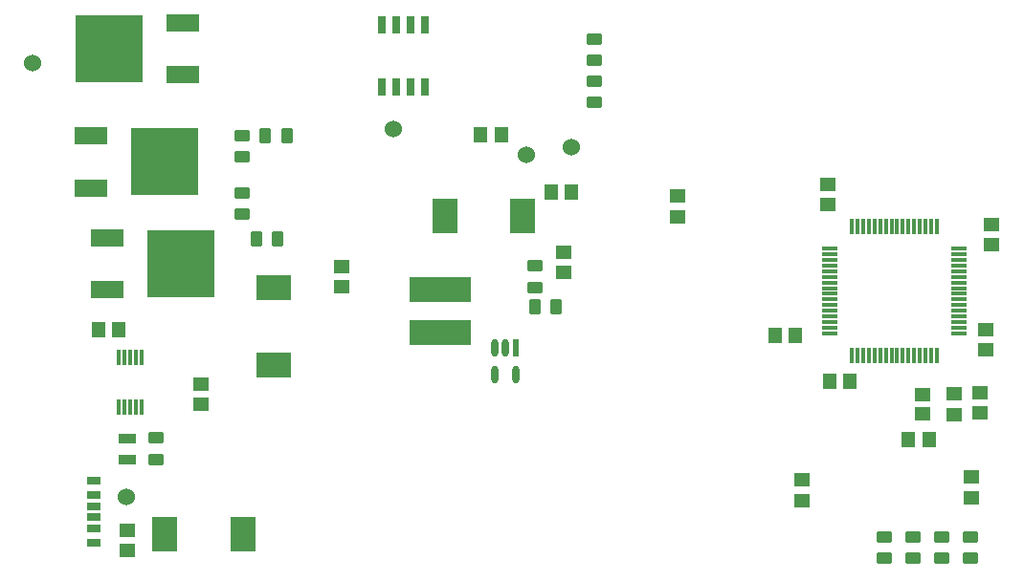
<source format=gtp>
G04*
G04 #@! TF.GenerationSoftware,Altium Limited,Altium Designer,22.0.2 (36)*
G04*
G04 Layer_Color=8421504*
%FSLAX25Y25*%
%MOIN*%
G70*
G04*
G04 #@! TF.SameCoordinates,42502384-103D-4A38-82C6-637D6536F92D*
G04*
G04*
G04 #@! TF.FilePolarity,Positive*
G04*
G01*
G75*
%ADD16C,0.06000*%
%ADD17R,0.04724X0.02756*%
%ADD18R,0.04724X0.02992*%
%ADD19R,0.04724X0.03150*%
%ADD20R,0.05807X0.01181*%
%ADD21R,0.01181X0.05807*%
%ADD22R,0.02410X0.06062*%
G04:AMPARAMS|DCode=23|XSize=60.62mil|YSize=24.1mil|CornerRadius=12.05mil|HoleSize=0mil|Usage=FLASHONLY|Rotation=270.000|XOffset=0mil|YOffset=0mil|HoleType=Round|Shape=RoundedRectangle|*
%AMROUNDEDRECTD23*
21,1,0.06062,0.00000,0,0,270.0*
21,1,0.03652,0.02410,0,0,270.0*
1,1,0.02410,0.00000,-0.01826*
1,1,0.02410,0.00000,0.01826*
1,1,0.02410,0.00000,0.01826*
1,1,0.02410,0.00000,-0.01826*
%
%ADD23ROUNDEDRECTD23*%
%ADD24R,0.05709X0.04528*%
G04:AMPARAMS|DCode=25|XSize=39.37mil|YSize=55.91mil|CornerRadius=4.92mil|HoleSize=0mil|Usage=FLASHONLY|Rotation=90.000|XOffset=0mil|YOffset=0mil|HoleType=Round|Shape=RoundedRectangle|*
%AMROUNDEDRECTD25*
21,1,0.03937,0.04606,0,0,90.0*
21,1,0.02953,0.05591,0,0,90.0*
1,1,0.00984,0.02303,0.01476*
1,1,0.00984,0.02303,-0.01476*
1,1,0.00984,-0.02303,-0.01476*
1,1,0.00984,-0.02303,0.01476*
%
%ADD25ROUNDEDRECTD25*%
G04:AMPARAMS|DCode=26|XSize=39.37mil|YSize=55.91mil|CornerRadius=4.92mil|HoleSize=0mil|Usage=FLASHONLY|Rotation=0.000|XOffset=0mil|YOffset=0mil|HoleType=Round|Shape=RoundedRectangle|*
%AMROUNDEDRECTD26*
21,1,0.03937,0.04606,0,0,0.0*
21,1,0.02953,0.05591,0,0,0.0*
1,1,0.00984,0.01476,-0.02303*
1,1,0.00984,-0.01476,-0.02303*
1,1,0.00984,-0.01476,0.02303*
1,1,0.00984,0.01476,0.02303*
%
%ADD26ROUNDEDRECTD26*%
%ADD27R,0.11811X0.06299*%
%ADD28R,0.23622X0.23622*%
%ADD29R,0.01181X0.05512*%
%ADD30R,0.21700X0.08500*%
%ADD31R,0.09016X0.12284*%
%ADD32R,0.06102X0.03740*%
%ADD33R,0.12284X0.09016*%
%ADD34R,0.04528X0.05709*%
%ADD35R,0.02756X0.06004*%
%ADD36R,0.05787X0.04724*%
D16*
X10000Y198000D02*
D03*
X135500Y175000D02*
D03*
X182000Y166000D02*
D03*
X197500Y168500D02*
D03*
X42500Y46500D02*
D03*
D17*
X31330Y39531D02*
D03*
Y43468D02*
D03*
D18*
Y35516D02*
D03*
Y47484D02*
D03*
D19*
Y30673D02*
D03*
Y52327D02*
D03*
D20*
X287409Y103736D02*
D03*
Y105705D02*
D03*
Y107673D02*
D03*
Y109642D02*
D03*
Y111610D02*
D03*
Y113579D02*
D03*
Y115547D02*
D03*
Y117516D02*
D03*
Y119484D02*
D03*
Y121453D02*
D03*
Y123421D02*
D03*
Y125390D02*
D03*
Y127358D02*
D03*
Y129327D02*
D03*
Y131295D02*
D03*
Y133264D02*
D03*
X332591D02*
D03*
Y131295D02*
D03*
Y129327D02*
D03*
Y127358D02*
D03*
Y125390D02*
D03*
Y123421D02*
D03*
Y121453D02*
D03*
Y119484D02*
D03*
Y117516D02*
D03*
Y115547D02*
D03*
Y113579D02*
D03*
Y111610D02*
D03*
Y109642D02*
D03*
Y107673D02*
D03*
Y105705D02*
D03*
Y103736D02*
D03*
D21*
X295236Y141091D02*
D03*
X297205D02*
D03*
X299173D02*
D03*
X301142D02*
D03*
X303110D02*
D03*
X305079D02*
D03*
X307047D02*
D03*
X309016D02*
D03*
X310984D02*
D03*
X312953D02*
D03*
X314921D02*
D03*
X316890D02*
D03*
X318858D02*
D03*
X320827D02*
D03*
X322795D02*
D03*
X324764D02*
D03*
Y95910D02*
D03*
X322795D02*
D03*
X320827D02*
D03*
X318858D02*
D03*
X316890D02*
D03*
X314921D02*
D03*
X312953D02*
D03*
X310984D02*
D03*
X309016D02*
D03*
X307047D02*
D03*
X305079D02*
D03*
X303110D02*
D03*
X301142D02*
D03*
X299173D02*
D03*
X297205D02*
D03*
X295236D02*
D03*
D22*
X178240Y98785D02*
D03*
D23*
X174500D02*
D03*
X170760D02*
D03*
Y89215D02*
D03*
X178240D02*
D03*
D24*
X342000Y97957D02*
D03*
Y105043D02*
D03*
X117500Y127043D02*
D03*
Y119957D02*
D03*
X195000Y132043D02*
D03*
Y124957D02*
D03*
X68500Y86087D02*
D03*
Y79000D02*
D03*
X43000Y35043D02*
D03*
Y27957D02*
D03*
X331000Y82543D02*
D03*
Y75457D02*
D03*
X340000Y83043D02*
D03*
Y75957D02*
D03*
X234500Y151500D02*
D03*
Y144413D02*
D03*
X287000Y155826D02*
D03*
Y148740D02*
D03*
X344000Y134500D02*
D03*
Y141587D02*
D03*
X278000Y45457D02*
D03*
Y52543D02*
D03*
X337000Y53543D02*
D03*
Y46457D02*
D03*
D25*
X316500Y25319D02*
D03*
Y32681D02*
D03*
X326500Y25319D02*
D03*
Y32681D02*
D03*
X336500Y25319D02*
D03*
Y32681D02*
D03*
X306500Y25319D02*
D03*
Y32681D02*
D03*
X205500Y199000D02*
D03*
Y206362D02*
D03*
Y184319D02*
D03*
Y191681D02*
D03*
X185000Y127181D02*
D03*
Y119819D02*
D03*
X83000Y172681D02*
D03*
Y165319D02*
D03*
X53000Y59819D02*
D03*
Y67181D02*
D03*
X83000Y145319D02*
D03*
Y152681D02*
D03*
D26*
X95181Y136500D02*
D03*
X87819D02*
D03*
X184819Y113000D02*
D03*
X192181D02*
D03*
X98362Y172500D02*
D03*
X91000D02*
D03*
D27*
X62232Y193945D02*
D03*
Y212055D02*
D03*
X30268Y172555D02*
D03*
Y154445D02*
D03*
X35768Y137055D02*
D03*
Y118945D02*
D03*
D28*
X36642Y203000D02*
D03*
X55858Y163500D02*
D03*
X61358Y128000D02*
D03*
D29*
X40000Y95323D02*
D03*
X41969D02*
D03*
X43937D02*
D03*
X45906D02*
D03*
X47874D02*
D03*
Y78000D02*
D03*
X45906D02*
D03*
X43937D02*
D03*
X41969D02*
D03*
X40000D02*
D03*
D30*
X152000Y103900D02*
D03*
Y119100D02*
D03*
D31*
X153496Y144500D02*
D03*
X180504D02*
D03*
X55996Y33500D02*
D03*
X83004D02*
D03*
D32*
X43000Y67000D02*
D03*
Y59520D02*
D03*
D33*
X94000Y119504D02*
D03*
Y92496D02*
D03*
D34*
X190457Y153000D02*
D03*
X197543D02*
D03*
X173087Y173000D02*
D03*
X166000D02*
D03*
X32913Y105000D02*
D03*
X40000D02*
D03*
X294543Y87000D02*
D03*
X287457D02*
D03*
X275543Y103000D02*
D03*
X268457D02*
D03*
X314957Y66500D02*
D03*
X322043D02*
D03*
D35*
X131500Y189823D02*
D03*
X136500D02*
D03*
X141500D02*
D03*
X146500D02*
D03*
Y211177D02*
D03*
X141500D02*
D03*
X136500D02*
D03*
X131500D02*
D03*
D36*
X320000Y75614D02*
D03*
Y82386D02*
D03*
M02*

</source>
